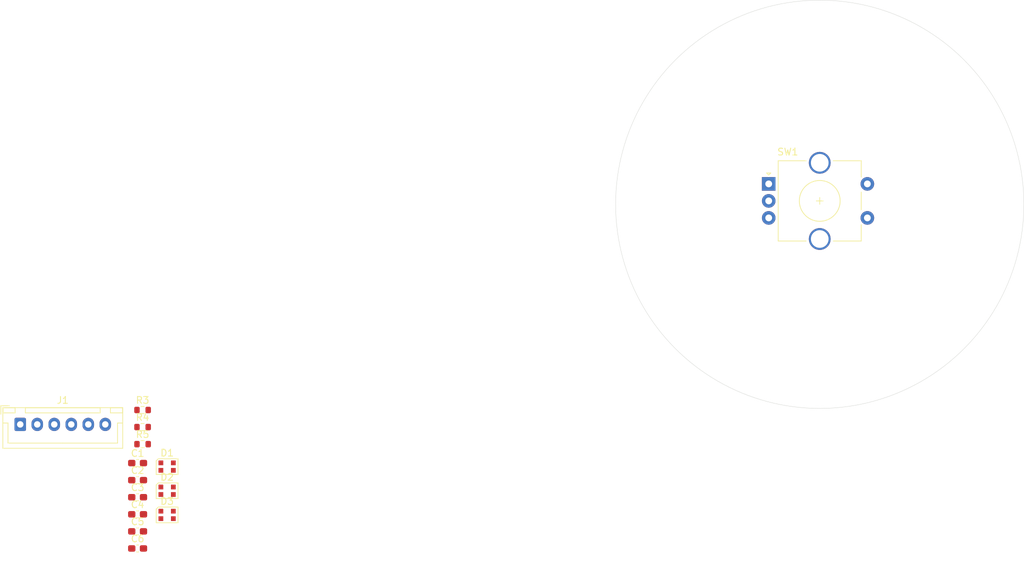
<source format=kicad_pcb>
(kicad_pcb (version 20240108) (generator "pcbnew") (generator_version "8.0")
  (layers (0 "F.Cu" signal) (31 "B.Cu" signal) (34 "B.Paste" user) (35 "F.Paste" user) (36 "B.SilkS" user "B.Silkscreen") (37 "F.SilkS" user "F.Silkscreen") (38 "B.Mask" user) (39 "F.Mask" user) (44 "Edge.Cuts" user))
  (net 0 "")
  (net 1 "+3.3V")
  (net 2 "Net-(C1-Pad2)")
  (net 3 "GND")
  (net 4 "Net-(D1-DOUT)")
  (net 5 "/led_data")
  (net 6 "Net-(D2-DOUT)")
  (footprint "Capacitor_SMD:C_0603_1608Metric_Pad1.08x0.95mm_HandSolder" (layer "F.Cu") (at 49.75 150.58)
    (property "Reference" "C6" (at 0 -1.43 0) (layer "F.SilkS"))
    (property "Value" "C")
    (fp_line (start -0.146267 -0.51) (end 0.146267 -0.51) (stroke (width 0.12)) (layer "F.SilkS"))
    (fp_line (start -0.146267 0.51) (end 0.146267 0.51) (stroke (width 0.12)) (layer "F.SilkS"))
    (pad "1" smd roundrect (at -0.8625 0) (size 1.075 0.95) (layers "F.Cu" "F.Paste" "F.Mask") (net 1 "+3.3V"))
    (pad "2" smd roundrect (at 0.8625 0) (size 1.075 0.95) (layers "F.Cu" "F.Paste" "F.Mask") (net 3 "GND"))
  )
  (footprint "Resistor_SMD:R_0603_1608Metric" (layer "F.Cu") (at 50.48 130.23)
    (property "Reference" "R3" (at 0 -1.43 0) (layer "F.SilkS"))
    (property "Value" "10k")
    (fp_line (start -0.237258 -0.5225) (end 0.237258 -0.5225) (stroke (width 0.12)) (layer "F.SilkS"))
    (fp_line (start -0.237258 0.5225) (end 0.237258 0.5225) (stroke (width 0.12)) (layer "F.SilkS"))
    (pad "1" smd roundrect (at -0.825 0) (size 0.8 0.95) (layers "F.Cu" "F.Paste" "F.Mask") (net 2 "Net-(C1-Pad2)"))
    (pad "2" smd roundrect (at 0.825 0) (size 0.8 0.95) (layers "F.Cu" "F.Paste" "F.Mask") (net 3 "GND"))
  )
  (footprint "Capacitor_SMD:C_0603_1608Metric_Pad1.08x0.95mm_HandSolder" (layer "F.Cu") (at 49.75 143.05)
    (property "Reference" "C3" (at 0 -1.43 0) (layer "F.SilkS"))
    (property "Value" "C")
    (fp_line (start -0.146267 -0.51) (end 0.146267 -0.51) (stroke (width 0.12)) (layer "F.SilkS"))
    (fp_line (start -0.146267 0.51) (end 0.146267 0.51) (stroke (width 0.12)) (layer "F.SilkS"))
    (pad "1" smd roundrect (at -0.8625 0) (size 1.075 0.95) (layers "F.Cu" "F.Paste" "F.Mask") (net 1 "+3.3V"))
    (pad "2" smd roundrect (at 0.8625 0) (size 1.075 0.95) (layers "F.Cu" "F.Paste" "F.Mask") (net 1 "+3.3V"))
  )
  (footprint "Capacitor_SMD:C_0603_1608Metric_Pad1.08x0.95mm_HandSolder" (layer "F.Cu") (at 49.75 148.07)
    (property "Reference" "C5" (at 0 -1.43 0) (layer "F.SilkS"))
    (property "Value" "C")
    (fp_line (start -0.146267 -0.51) (end 0.146267 -0.51) (stroke (width 0.12)) (layer "F.SilkS"))
    (fp_line (start -0.146267 0.51) (end 0.146267 0.51) (stroke (width 0.12)) (layer "F.SilkS"))
    (pad "1" smd roundrect (at -0.8625 0) (size 1.075 0.95) (layers "F.Cu" "F.Paste" "F.Mask") (net 1 "+3.3V"))
    (pad "2" smd roundrect (at 0.8625 0) (size 1.075 0.95) (layers "F.Cu" "F.Paste" "F.Mask") (net 3 "GND"))
  )
  (footprint "Capacitor_SMD:C_0603_1608Metric_Pad1.08x0.95mm_HandSolder" (layer "F.Cu") (at 49.75 140.54)
    (property "Reference" "C2" (at 0 -1.43 0) (layer "F.SilkS"))
    (property "Value" "C")
    (fp_line (start -0.146267 -0.51) (end 0.146267 -0.51) (stroke (width 0.12)) (layer "F.SilkS"))
    (fp_line (start -0.146267 0.51) (end 0.146267 0.51) (stroke (width 0.12)) (layer "F.SilkS"))
    (pad "1" smd roundrect (at -0.8625 0) (size 1.075 0.95) (layers "F.Cu" "F.Paste" "F.Mask") (net 1 "+3.3V"))
    (pad "2" smd roundrect (at 0.8625 0) (size 1.075 0.95) (layers "F.Cu" "F.Paste" "F.Mask") (net 1 "+3.3V"))
  )
  (footprint "Resistor_SMD:R_0603_1608Metric" (layer "F.Cu") (at 50.48 132.74)
    (property "Reference" "R4" (at 0 -1.43 0) (layer "F.SilkS"))
    (property "Value" "10k")
    (fp_line (start -0.237258 -0.5225) (end 0.237258 -0.5225) (stroke (width 0.12)) (layer "F.SilkS"))
    (fp_line (start -0.237258 0.5225) (end 0.237258 0.5225) (stroke (width 0.12)) (layer "F.SilkS"))
    (pad "1" smd roundrect (at -0.825 0) (size 0.8 0.95) (layers "F.Cu" "F.Paste" "F.Mask") (net 1 "+3.3V"))
    (pad "2" smd roundrect (at 0.825 0) (size 0.8 0.95) (layers "F.Cu" "F.Paste" "F.Mask") (net 3 "GND"))
  )
  (footprint "Resistor_SMD:R_0603_1608Metric" (layer "F.Cu") (at 50.48 135.25)
    (property "Reference" "R5" (at 0 -1.43 0) (layer "F.SilkS"))
    (property "Value" "10k")
    (fp_line (start -0.237258 -0.5225) (end 0.237258 -0.5225) (stroke (width 0.12)) (layer "F.SilkS"))
    (fp_line (start -0.237258 0.5225) (end 0.237258 0.5225) (stroke (width 0.12)) (layer "F.SilkS"))
    (pad "1" smd roundrect (at -0.825 0) (size 0.8 0.95) (layers "F.Cu" "F.Paste" "F.Mask") (net 1 "+3.3V"))
    (pad "2" smd roundrect (at 0.825 0) (size 0.8 0.95) (layers "F.Cu" "F.Paste" "F.Mask") (net 3 "GND"))
  )
  (footprint "Capacitor_SMD:C_0603_1608Metric_Pad1.08x0.95mm_HandSolder" (layer "F.Cu") (at 49.75 138.03)
    (property "Reference" "C1" (at 0 -1.43 0) (layer "F.SilkS"))
    (property "Value" "C")
    (fp_line (start -0.146267 -0.51) (end 0.146267 -0.51) (stroke (width 0.12)) (layer "F.SilkS"))
    (fp_line (start -0.146267 0.51) (end 0.146267 0.51) (stroke (width 0.12)) (layer "F.SilkS"))
    (pad "1" smd roundrect (at -0.8625 0) (size 1.075 0.95) (layers "F.Cu" "F.Paste" "F.Mask") (net 1 "+3.3V"))
    (pad "2" smd roundrect (at 0.8625 0) (size 1.075 0.95) (layers "F.Cu" "F.Paste" "F.Mask") (net 2 "Net-(C1-Pad2)"))
  )
  (footprint "Capacitor_SMD:C_0603_1608Metric_Pad1.08x0.95mm_HandSolder" (layer "F.Cu") (at 49.75 145.56)
    (property "Reference" "C4" (at 0 -1.43 0) (layer "F.SilkS"))
    (property "Value" "C")
    (fp_line (start -0.146267 -0.51) (end 0.146267 -0.51) (stroke (width 0.12)) (layer "F.SilkS"))
    (fp_line (start -0.146267 0.51) (end 0.146267 0.51) (stroke (width 0.12)) (layer "F.SilkS"))
    (pad "1" smd roundrect (at -0.8625 0) (size 1.075 0.95) (layers "F.Cu" "F.Paste" "F.Mask") (net 1 "+3.3V"))
    (pad "2" smd roundrect (at 0.8625 0) (size 1.075 0.95) (layers "F.Cu" "F.Paste" "F.Mask") (net 3 "GND"))
  )
  (footprint "LED_SMD:LED_WS2812B-2020_PLCC4_2.0x2.0mm" (layer "F.Cu") (at 54.085 142.1)
    (property "Reference" "D2" (at 0 -2 0) (layer "F.SilkS"))
    (property "Value" "WS2812B-2020")
    (fp_line (start -1.6 1.15) (end -1.6 -0.85) (stroke (width 0.12)) (layer "F.SilkS"))
    (fp_line (start -1.6 1.15) (end 1.6 1.15) (stroke (width 0.12)) (layer "F.SilkS"))
    (fp_line (start -1.3 -1.15) (end -1.6 -0.85) (stroke (width 0.12)) (layer "F.SilkS"))
    (fp_line (start -1.3 -1.15) (end 1.6 -1.15) (stroke (width 0.12)) (layer "F.SilkS"))
    (fp_line (start 1.6 -1.15) (end 1.6 1.15) (stroke (width 0.12)) (layer "F.SilkS"))
    (pad "1" smd rect (at -0.915 -0.55) (size 0.7 0.7) (layers "F.Cu" "F.Paste" "F.Mask") (net 6 "Net-(D2-DOUT)"))
    (pad "2" smd rect (at -0.915 0.55) (size 0.7 0.7) (layers "F.Cu" "F.Paste" "F.Mask") (net 3 "GND"))
    (pad "3" smd rect (at 0.915 0.55) (size 0.7 0.7) (layers "F.Cu" "F.Paste" "F.Mask") (net 4 "Net-(D1-DOUT)"))
    (pad "4" smd rect (at 0.915 -0.55) (size 0.7 0.7) (layers "F.Cu" "F.Paste" "F.Mask") (net 1 "+3.3V"))
  )
  (footprint "Connector_JST:JST_XH_B6B-XH-A_1x06_P2.50mm_Vertical" (layer "F.Cu") (at 32.5 132.35)
    (property "Reference" "J1" (at 6.25 -3.55 0) (layer "F.SilkS"))
    (property "Value" "Conn_01x06")
    (fp_line (start -2.85 -2.75) (end -2.85 -1.5) (stroke (width 0.12)) (layer "F.SilkS"))
    (fp_line (start -2.56 -2.46) (end -2.56 3.51) (stroke (width 0.12)) (layer "F.SilkS"))
    (fp_line (start -2.56 3.51) (end 15.06 3.51) (stroke (width 0.12)) (layer "F.SilkS"))
    (fp_line (start -2.55 -2.45) (end -2.55 -1.7) (stroke (width 0.12)) (layer "F.SilkS"))
    (fp_line (start -2.55 -1.7) (end -0.75 -1.7) (stroke (width 0.12)) (layer "F.SilkS"))
    (fp_line (start -2.55 -0.2) (end -1.8 -0.2) (stroke (width 0.12)) (layer "F.SilkS"))
    (fp_line (start -1.8 -0.2) (end -1.8 2.75) (stroke (width 0.12)) (layer "F.SilkS"))
    (fp_line (start -1.8 2.75) (end 6.25 2.75) (stroke (width 0.12)) (layer "F.SilkS"))
    (fp_line (start -1.6 -2.75) (end -2.85 -2.75) (stroke (width 0.12)) (layer "F.SilkS"))
    (fp_line (start -0.75 -2.45) (end -2.55 -2.45) (stroke (width 0.12)) (layer "F.SilkS"))
    (fp_line (start -0.75 -1.7) (end -0.75 -2.45) (stroke (width 0.12)) (layer "F.SilkS"))
    (fp_line (start 0.75 -2.45) (end 0.75 -1.7) (stroke (width 0.12)) (layer "F.SilkS"))
    (fp_line (start 0.75 -1.7) (end 11.75 -1.7) (stroke (width 0.12)) (layer "F.SilkS"))
    (fp_line (start 11.75 -2.45) (end 0.75 -2.45) (stroke (width 0.12)) (layer "F.SilkS"))
    (fp_line (start 11.75 -1.7) (end 11.75 -2.45) (stroke (width 0.12)) (layer "F.SilkS"))
    (fp_line (start 13.25 -2.45) (end 13.25 -1.7) (stroke (width 0.12)) (layer "F.SilkS"))
    (fp_line (start 13.25 -1.7) (end 15.05 -1.7) (stroke (width 0.12)) (layer "F.SilkS"))
    (fp_line (start 14.3 -0.2) (end 14.3 2.75) (stroke (width 0.12)) (layer "F.SilkS"))
    (fp_line (start 14.3 2.75) (end 6.25 2.75) (stroke (width 0.12)) (layer "F.SilkS"))
    (fp_line (start 15.05 -2.45) (end 13.25 -2.45) (stroke (width 0.12)) (layer "F.SilkS"))
    (fp_line (start 15.05 -1.7) (end 15.05 -2.45) (stroke (width 0.12)) (layer "F.SilkS"))
    (fp_line (start 15.05 -0.2) (end 14.3 -0.2) (stroke (width 0.12)) (layer "F.SilkS"))
    (fp_line (start 15.06 -2.46) (end -2.56 -2.46) (stroke (width 0.12)) (layer "F.SilkS"))
    (fp_line (start 15.06 3.51) (end 15.06 -2.46) (stroke (width 0.12)) (layer "F.SilkS"))
    (pad "1" thru_hole roundrect (at 0 0) (size 1.7 1.95) (drill 0.95) (layers "*.Cu" "*.Mask") (roundrect_rratio 0.147059))
    (pad "2" thru_hole oval (at 2.5 0) (size 1.7 1.95) (drill 0.95) (layers "*.Cu" "*.Mask"))
    (pad "3" thru_hole oval (at 5 0) (size 1.7 1.95) (drill 0.95) (layers "*.Cu" "*.Mask"))
    (pad "4" thru_hole oval (at 7.5 0) (size 1.7 1.95) (drill 0.95) (layers "*.Cu" "*.Mask"))
    (pad "5" thru_hole oval (at 10 0) (size 1.7 1.95) (drill 0.95) (layers "*.Cu" "*.Mask"))
    (pad "6" thru_hole oval (at 12.5 0) (size 1.7 1.95) (drill 0.95) (layers "*.Cu" "*.Mask"))
  )
  (footprint "LED_SMD:LED_WS2812B-2020_PLCC4_2.0x2.0mm" (layer "F.Cu") (at 54.085 138.55)
    (property "Reference" "D1" (at 0 -2 0) (layer "F.SilkS"))
    (property "Value" "WS2812B-2020")
    (fp_line (start -1.6 1.15) (end -1.6 -0.85) (stroke (width 0.12)) (layer "F.SilkS"))
    (fp_line (start -1.6 1.15) (end 1.6 1.15) (stroke (width 0.12)) (layer "F.SilkS"))
    (fp_line (start -1.3 -1.15) (end -1.6 -0.85) (stroke (width 0.12)) (layer "F.SilkS"))
    (fp_line (start -1.3 -1.15) (end 1.6 -1.15) (stroke (width 0.12)) (layer "F.SilkS"))
    (fp_line (start 1.6 -1.15) (end 1.6 1.15) (stroke (width 0.12)) (layer "F.SilkS"))
    (pad "1" smd rect (at -0.915 -0.55) (size 0.7 0.7) (layers "F.Cu" "F.Paste" "F.Mask") (net 4 "Net-(D1-DOUT)"))
    (pad "2" smd rect (at -0.915 0.55) (size 0.7 0.7) (layers "F.Cu" "F.Paste" "F.Mask") (net 3 "GND"))
    (pad "3" smd rect (at 0.915 0.55) (size 0.7 0.7) (layers "F.Cu" "F.Paste" "F.Mask") (net 5 "/led_data"))
    (pad "4" smd rect (at 0.915 -0.55) (size 0.7 0.7) (layers "F.Cu" "F.Paste" "F.Mask") (net 1 "+3.3V"))
  )
  (footprint "Rotary_Encoder:RotaryEncoder_Alps_EC11E-Switch_Vertical_H20mm_CircularMountingHoles" (layer "F.Cu") (at 142.5 97)
    (property "Reference" "SW1" (at 2.8 -4.7 0) (layer "F.SilkS"))
    (property "Value" "RotaryEncoder_Switch_MP")
    (fp_line (start -0.3 -1.6) (end 0.3 -1.6) (stroke (width 0.12)) (layer "F.SilkS"))
    (fp_line (start 0 -1.3) (end -0.3 -1.6) (stroke (width 0.12)) (layer "F.SilkS"))
    (fp_line (start 0.3 -1.6) (end 0 -1.3) (stroke (width 0.12)) (layer "F.SilkS"))
    (fp_line (start 1.4 -3.4) (end 1.4 8.4) (stroke (width 0.12)) (layer "F.SilkS"))
    (fp_line (start 5.5 -3.4) (end 1.4 -3.4) (stroke (width 0.12)) (layer "F.SilkS"))
    (fp_line (start 5.5 8.4) (end 1.4 8.4) (stroke (width 0.12)) (layer "F.SilkS"))
    (fp_line (start 7 2.5) (end 8 2.5) (stroke (width 0.12)) (layer "F.SilkS"))
    (fp_line (start 7.5 2) (end 7.5 3) (stroke (width 0.12)) (layer "F.SilkS"))
    (fp_line (start 9.5 -3.4) (end 13.6 -3.4) (stroke (width 0.12)) (layer "F.SilkS"))
    (fp_line (start 13.6 -3.4) (end 13.6 -1) (stroke (width 0.12)) (layer "F.SilkS"))
    (fp_line (start 13.6 1.2) (end 13.6 3.8) (stroke (width 0.12)) (layer "F.SilkS"))
    (fp_line (start 13.6 6) (end 13.6 8.4) (stroke (width 0.12)) (layer "F.SilkS"))
    (fp_line (start 13.6 8.4) (end 9.5 8.4) (stroke (width 0.12)) (layer "F.SilkS"))
    (fp_circle (center 7.5 2.5) (end 10.5 2.5) (stroke (width 0.12)) (fill none) (layer "F.SilkS"))
    (pad "A" thru_hole rect (at 0 0) (size 2 2) (drill 1) (layers "*.Cu" "*.Mask") (net 1 "+3.3V"))
    (pad "B" thru_hole circle (at 0 5) (size 2 2) (drill 1) (layers "*.Cu" "*.Mask") (net 1 "+3.3V"))
    (pad "C" thru_hole circle (at 0 2.5) (size 2 2) (drill 1) (layers "*.Cu" "*.Mask") (net 1 "+3.3V"))
    (pad "MP" thru_hole circle (at 7.5 -3.1) (size 3.2 3.2) (drill 2.6) (layers "*.Cu" "*.Mask") (net 3 "GND"))
    (pad "MP" thru_hole circle (at 7.5 8.1) (size 3.2 3.2) (drill 2.6) (layers "*.Cu" "*.Mask") (net 3 "GND"))
    (pad "S1" thru_hole circle (at 14.5 5) (size 2 2) (drill 1) (layers "*.Cu" "*.Mask") (net 1 "+3.3V"))
    (pad "S2" thru_hole circle (at 14.5 0) (size 2 2) (drill 1) (layers "*.Cu" "*.Mask") (net 2 "Net-(C1-Pad2)"))
  )
  (footprint "LED_SMD:LED_WS2812B-2020_PLCC4_2.0x2.0mm" (layer "F.Cu") (at 54.085 145.65)
    (property "Reference" "D3" (at 0 -2 0) (layer "F.SilkS"))
    (property "Value" "WS2812B-2020")
    (fp_line (start -1.6 1.15) (end -1.6 -0.85) (stroke (width 0.12)) (layer "F.SilkS"))
    (fp_line (start -1.6 1.15) (end 1.6 1.15) (stroke (width 0.12)) (layer "F.SilkS"))
    (fp_line (start -1.3 -1.15) (end -1.6 -0.85) (stroke (width 0.12)) (layer "F.SilkS"))
    (fp_line (start -1.3 -1.15) (end 1.6 -1.15) (stroke (width 0.12)) (layer "F.SilkS"))
    (fp_line (start 1.6 -1.15) (end 1.6 1.15) (stroke (width 0.12)) (layer "F.SilkS"))
    (pad "1" smd rect (at -0.915 -0.55) (size 0.7 0.7) (layers "F.Cu" "F.Paste" "F.Mask"))
    (pad "2" smd rect (at -0.915 0.55) (size 0.7 0.7) (layers "F.Cu" "F.Paste" "F.Mask") (net 3 "GND"))
    (pad "3" smd rect (at 0.915 0.55) (size 0.7 0.7) (layers "F.Cu" "F.Paste" "F.Mask") (net 6 "Net-(D2-DOUT)"))
    (pad "4" smd rect (at 0.915 -0.55) (size 0.7 0.7) (layers "F.Cu" "F.Paste" "F.Mask") (net 1 "+3.3V"))
  )
  (gr_circle (center 150 100) (end 180 100) (stroke (width 0.05)) (fill none) (layer "Edge.Cuts"))
)
</source>
